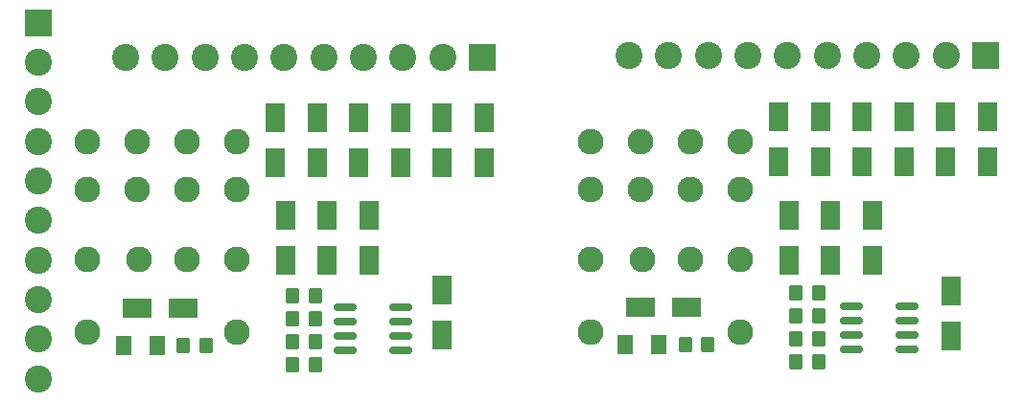
<source format=gts>
%TF.GenerationSoftware,KiCad,Pcbnew,(5.99.0-9393-ga28cb98626)*%
%TF.CreationDate,2021-02-27T14:03:50-08:00*%
%TF.ProjectId,AuxRelays,41757852-656c-4617-9973-2e6b69636164,n/c*%
%TF.SameCoordinates,Original*%
%TF.FileFunction,Soldermask,Top*%
%TF.FilePolarity,Negative*%
%FSLAX46Y46*%
G04 Gerber Fmt 4.6, Leading zero omitted, Abs format (unit mm)*
G04 Created by KiCad (PCBNEW (5.99.0-9393-ga28cb98626)) date 2021-02-27 14:03:50*
%MOMM*%
%LPD*%
G01*
G04 APERTURE LIST*
G04 Aperture macros list*
%AMRoundRect*
0 Rectangle with rounded corners*
0 $1 Rounding radius*
0 $2 $3 $4 $5 $6 $7 $8 $9 X,Y pos of 4 corners*
0 Add a 4 corners polygon primitive as box body*
4,1,4,$2,$3,$4,$5,$6,$7,$8,$9,$2,$3,0*
0 Add four circle primitives for the rounded corners*
1,1,$1+$1,$2,$3*
1,1,$1+$1,$4,$5*
1,1,$1+$1,$6,$7*
1,1,$1+$1,$8,$9*
0 Add four rect primitives between the rounded corners*
20,1,$1+$1,$2,$3,$4,$5,0*
20,1,$1+$1,$4,$5,$6,$7,0*
20,1,$1+$1,$6,$7,$8,$9,0*
20,1,$1+$1,$8,$9,$2,$3,0*%
G04 Aperture macros list end*
%ADD10C,2.286000*%
%ADD11RoundRect,0.250000X-0.350000X-0.450000X0.350000X-0.450000X0.350000X0.450000X-0.350000X0.450000X0*%
%ADD12RoundRect,0.250000X0.350000X0.450000X-0.350000X0.450000X-0.350000X-0.450000X0.350000X-0.450000X0*%
%ADD13RoundRect,0.150000X-0.825000X-0.150000X0.825000X-0.150000X0.825000X0.150000X-0.825000X0.150000X0*%
%ADD14RoundRect,0.250001X-0.462499X-0.624999X0.462499X-0.624999X0.462499X0.624999X-0.462499X0.624999X0*%
%ADD15C,2.400000*%
%ADD16R,2.400000X2.400000*%
%ADD17R,1.800000X2.500000*%
%ADD18R,2.500000X1.800000*%
G04 APERTURE END LIST*
D10*
%TO.C,RLY2*%
X150233000Y-132116000D03*
X137033000Y-132116000D03*
X150233000Y-125716000D03*
X145833000Y-125716000D03*
X141633000Y-125716000D03*
X137033000Y-125716000D03*
X150233000Y-119516000D03*
X145833000Y-119516000D03*
X141433000Y-119516000D03*
X137033000Y-119516000D03*
X150233000Y-115316000D03*
X145833000Y-115316000D03*
X141433000Y-115316000D03*
X137033000Y-115316000D03*
%TD*%
%TO.C,RLY1*%
X105783000Y-132116000D03*
X92583000Y-132116000D03*
X105783000Y-125716000D03*
X101383000Y-125716000D03*
X97183000Y-125716000D03*
X92583000Y-125716000D03*
X105783000Y-119516000D03*
X101383000Y-119516000D03*
X96983000Y-119516000D03*
X92583000Y-119516000D03*
X105783000Y-115316000D03*
X101383000Y-115316000D03*
X96983000Y-115316000D03*
X92583000Y-115316000D03*
%TD*%
D11*
%TO.C,R10*%
X157210000Y-134801000D03*
X155210000Y-134801000D03*
%TD*%
D12*
%TO.C,R9*%
X155210000Y-132769000D03*
X157210000Y-132769000D03*
%TD*%
D11*
%TO.C,R8*%
X157210000Y-130737000D03*
X155210000Y-130737000D03*
%TD*%
D12*
%TO.C,R7*%
X155210000Y-128705000D03*
X157210000Y-128705000D03*
%TD*%
%TO.C,R6*%
X145431000Y-133223000D03*
X147431000Y-133223000D03*
%TD*%
D11*
%TO.C,R5*%
X112760000Y-135001000D03*
X110760000Y-135001000D03*
%TD*%
D12*
%TO.C,R4*%
X110760000Y-132969000D03*
X112760000Y-132969000D03*
%TD*%
D11*
%TO.C,R3*%
X112760000Y-130937000D03*
X110760000Y-130937000D03*
%TD*%
D12*
%TO.C,R2*%
X110760000Y-128905000D03*
X112760000Y-128905000D03*
%TD*%
%TO.C,R1*%
X101108000Y-133350000D03*
X103108000Y-133350000D03*
%TD*%
D13*
%TO.C,Q2*%
X165035000Y-129848000D03*
X165035000Y-131118000D03*
X165035000Y-132388000D03*
X165035000Y-133658000D03*
X160085000Y-133658000D03*
X160085000Y-132388000D03*
X160085000Y-131118000D03*
X160085000Y-129848000D03*
%TD*%
%TO.C,Q1*%
X120331000Y-129921000D03*
X120331000Y-131191000D03*
X120331000Y-132461000D03*
X120331000Y-133731000D03*
X115381000Y-133731000D03*
X115381000Y-132461000D03*
X115381000Y-131191000D03*
X115381000Y-129921000D03*
%TD*%
D14*
%TO.C,LED2*%
X143092500Y-133223000D03*
X140117500Y-133223000D03*
%TD*%
%TO.C,LED1*%
X98769500Y-133350000D03*
X95794500Y-133350000D03*
%TD*%
D15*
%TO.C,J3*%
X88265000Y-136275000D03*
X88265000Y-132775000D03*
X88265000Y-129275000D03*
X88265000Y-125775000D03*
X88265000Y-122275000D03*
X88265000Y-118775000D03*
X88265000Y-115275000D03*
X88265000Y-111775000D03*
X88265000Y-108275000D03*
D16*
X88265000Y-104775000D03*
%TD*%
D15*
%TO.C,J2*%
X140460000Y-107696000D03*
X143960000Y-107696000D03*
X147460000Y-107696000D03*
X150960000Y-107696000D03*
X154460000Y-107696000D03*
X157960000Y-107696000D03*
X161460000Y-107696000D03*
X164960000Y-107696000D03*
X168460000Y-107696000D03*
D16*
X171960000Y-107696000D03*
%TD*%
D15*
%TO.C,J1*%
X96010000Y-107823000D03*
X99510000Y-107823000D03*
X103010000Y-107823000D03*
X106510000Y-107823000D03*
X110010000Y-107823000D03*
X113510000Y-107823000D03*
X117010000Y-107823000D03*
X120510000Y-107823000D03*
X124010000Y-107823000D03*
D16*
X127510000Y-107823000D03*
%TD*%
D17*
%TO.C,D22*%
X161925000Y-121825000D03*
X161925000Y-125825000D03*
%TD*%
%TO.C,D21*%
X168402000Y-113062000D03*
X168402000Y-117062000D03*
%TD*%
%TO.C,D20*%
X158242000Y-121825000D03*
X158242000Y-125825000D03*
%TD*%
%TO.C,D19*%
X154559000Y-121825000D03*
X154559000Y-125825000D03*
%TD*%
%TO.C,D18*%
X172085000Y-117062000D03*
X172085000Y-113062000D03*
%TD*%
%TO.C,D17*%
X161036000Y-117062000D03*
X161036000Y-113062000D03*
%TD*%
%TO.C,D16*%
X157353000Y-117062000D03*
X157353000Y-113062000D03*
%TD*%
%TO.C,D15*%
X153670000Y-117062000D03*
X153670000Y-113062000D03*
%TD*%
%TO.C,D14*%
X164719000Y-113062000D03*
X164719000Y-117062000D03*
%TD*%
D18*
%TO.C,D13*%
X141510000Y-129921000D03*
X145510000Y-129921000D03*
%TD*%
D17*
%TO.C,D12*%
X168910000Y-128483000D03*
X168910000Y-132483000D03*
%TD*%
%TO.C,D11*%
X117475000Y-121825000D03*
X117475000Y-125825000D03*
%TD*%
%TO.C,D10*%
X123952000Y-113157000D03*
X123952000Y-117157000D03*
%TD*%
%TO.C,D9*%
X113792000Y-121825000D03*
X113792000Y-125825000D03*
%TD*%
%TO.C,D8*%
X110109000Y-121825000D03*
X110109000Y-125825000D03*
%TD*%
%TO.C,D7*%
X127635000Y-117157000D03*
X127635000Y-113157000D03*
%TD*%
%TO.C,D6*%
X116586000Y-117157000D03*
X116586000Y-113157000D03*
%TD*%
%TO.C,D5*%
X112903000Y-117157000D03*
X112903000Y-113157000D03*
%TD*%
%TO.C,D4*%
X109220000Y-117189000D03*
X109220000Y-113189000D03*
%TD*%
%TO.C,D3*%
X120269000Y-113157000D03*
X120269000Y-117157000D03*
%TD*%
D18*
%TO.C,D2*%
X97060000Y-130048000D03*
X101060000Y-130048000D03*
%TD*%
D17*
%TO.C,D1*%
X123952000Y-128429000D03*
X123952000Y-132429000D03*
%TD*%
M02*

</source>
